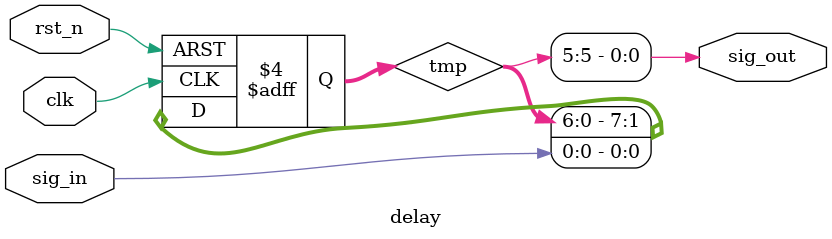
<source format=v>


module delay#(
      //==============================
      // Top level block parameters
      //==============================
      parameter DELAY_CLK  = 5              // number of delay cycles + 1
   ) (
      //===============
      // Input Ports
      //===============
      input clk,
      input sig_in,
		input rst_n,
      
      //===============
      // Output Ports
      //===============
      output sig_out
   );

	
   // Synchronous logic, active low reset
   reg [7:0] tmp;
   always @(posedge clk, negedge rst_n)
   begin
		if (rst_n == 1'b0)	tmp	<= 8'b0;
		else		
		begin
			tmp 	<= tmp << 1;
			tmp[0]<= sig_in;
		end
   end
   
   assign sig_out = tmp[DELAY_CLK];

endmodule
</source>
